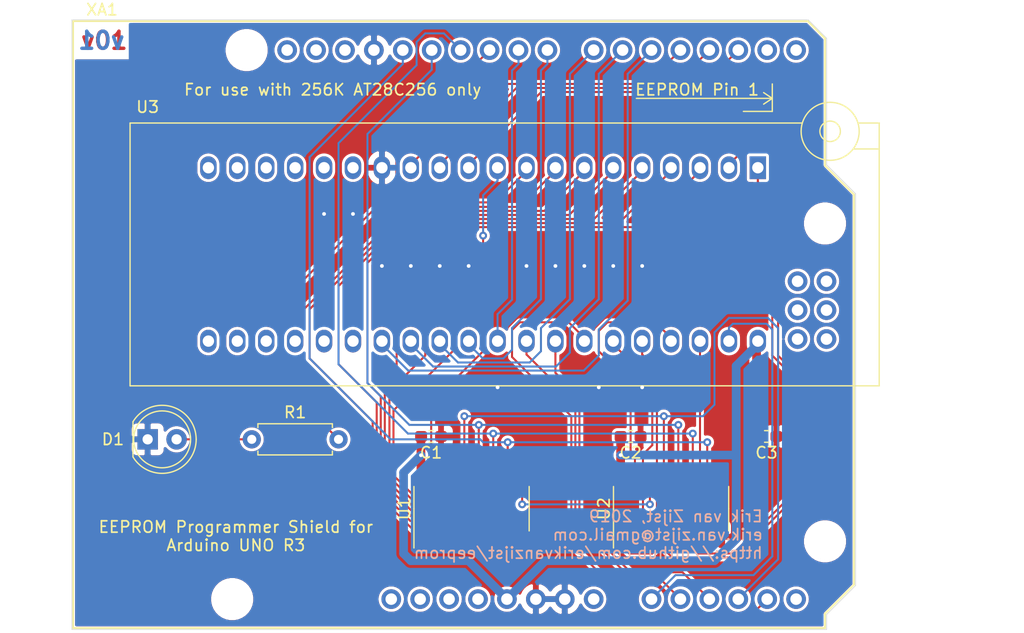
<source format=kicad_pcb>
(kicad_pcb (version 20171130) (host pcbnew "(5.1.2-1)-1")
  (layers (0 F.Cu signal) (31 B.Cu signal) (34 B.Paste user) (35 F.Paste user) (36 B.SilkS user) (37 F.SilkS user) (38 B.Mask user) (39 F.Mask user) (44 Edge.Cuts user))
  (net 0 "")
  (net 1 GND)
  (net 2 VCC)
  (net 3 "Net-(D1-Pad2)")
  (net 4 "Net-(U1-Pad1)")
  (net 5 "Net-(U1-Pad2)")
  (net 6 "Net-(U1-Pad3)")
  (net 7 "Net-(U1-Pad4)")
  (net 8 "Net-(U1-Pad5)")
  (net 9 "Net-(U1-Pad6)")
  (net 10 "Net-(U1-Pad7)")
  (net 11 "Net-(U1-Pad9)")
  (net 12 /~CLR)
  (net 13 /SCLK)
  (net 14 /RCLK)
  (net 15 /~OE)
  (net 16 /SER)
  (net 17 "Net-(U1-Pad15)")
  (net 18 "Net-(U2-Pad15)")
  (net 19 "Net-(U2-Pad9)")
  (net 20 "Net-(U2-Pad7)")
  (net 21 "Net-(U2-Pad6)")
  (net 22 "Net-(U2-Pad5)")
  (net 23 "Net-(U2-Pad4)")
  (net 24 "Net-(U2-Pad3)")
  (net 25 "Net-(U2-Pad2)")
  (net 26 "Net-(U2-Pad1)")
  (net 27 /~WE)
  (net 28 /~CE)
  (net 29 /IO7)
  (net 30 /IO0)
  (net 31 /IO6)
  (net 32 /IO1)
  (net 33 /IO5)
  (net 34 /IO2)
  (net 35 /IO4)
  (net 36 /IO3)
  (net 37 "Net-(U3-Pad15)")
  (net 38 "Net-(U3-Pad26)")
  (net 39 "Net-(U3-Pad16)")
  (net 40 "Net-(U3-Pad25)")
  (net 41 "Net-(U3-Pad17)")
  (net 42 "Net-(U3-Pad24)")
  (net 43 "Net-(U3-Pad18)")
  (net 44 "Net-(U3-Pad23)")
  (net 45 "Net-(U3-Pad19)")
  (net 46 "Net-(U3-Pad22)")
  (net 47 "Net-(U3-Pad20)")
  (net 48 "Net-(U3-Pad21)")
  (net 49 "Net-(XA1-PadRST2)")
  (net 50 "Net-(XA1-PadGND4)")
  (net 51 "Net-(XA1-PadMOSI)")
  (net 52 "Net-(XA1-PadSCK)")
  (net 53 "Net-(XA1-Pad5V2)")
  (net 54 "Net-(XA1-PadVIN)")
  (net 55 "Net-(XA1-Pad3V3)")
  (net 56 "Net-(XA1-PadRST1)")
  (net 57 "Net-(XA1-PadIORF)")
  (net 58 "Net-(XA1-PadD0)")
  (net 59 "Net-(XA1-PadD1)")
  (net 60 "Net-(XA1-PadSCL)")
  (net 61 "Net-(XA1-PadSDA)")
  (net 62 "Net-(XA1-PadAREF)")
  (net 63 "Net-(XA1-PadA5)")
  (net 64 "Net-(XA1-PadMISO)")
  (net 65 /~SOE)
  (net 66 /LED)
  (module Capacitor_SMD:C_0603_1608Metric_Pad1.05x0.95mm_HandSolder (layer F.Cu) (at 161.798 96.774 180)
    (fp_text reference C1 (at 0 -1.43) (layer F.SilkS))
    (fp_text value 100nF)
    (pad 1 smd roundrect (at -0.875 0 180) (size 1.05 0.95) (layers F.Cu F.Paste F.Mask) (net 1 GND))
    (pad 2 smd roundrect (at 0.875 0 180) (size 1.05 0.95) (layers F.Cu F.Paste F.Mask) (net 2 VCC))
  )
  (module Capacitor_SMD:C_0603_1608Metric_Pad1.05x0.95mm_HandSolder (layer F.Cu) (at 179.324 96.774 180)
    (fp_text reference C2 (at 0 -1.43) (layer F.SilkS))
    (fp_text value 100nF)
    (pad 1 smd roundrect (at -0.875 0 180) (size 1.05 0.95) (layers F.Cu F.Paste F.Mask) (net 1 GND))
    (pad 2 smd roundrect (at 0.875 0 180) (size 1.05 0.95) (layers F.Cu F.Paste F.Mask) (net 2 VCC))
  )
  (module Capacitor_SMD:C_0603_1608Metric_Pad1.05x0.95mm_HandSolder (layer F.Cu) (at 191.262 96.774 180)
    (fp_text reference C3 (at 0 -1.43) (layer F.SilkS))
    (fp_text value 100nF)
    (pad 2 smd roundrect (at 0.875 0 180) (size 1.05 0.95) (layers F.Cu F.Paste F.Mask) (net 2 VCC))
    (pad 1 smd roundrect (at -0.875 0 180) (size 1.05 0.95) (layers F.Cu F.Paste F.Mask) (net 1 GND))
  )
  (module LED_THT:LED_D5.0mm (layer F.Cu) (at 136.906 97.028)
    (fp_text reference D1 (at -3.048 0) (layer F.SilkS))
    (fp_text value Green)
    (pad 1 thru_hole rect (at 0 0) (size 1.8 1.8) (drill 0.9) (layers *.Cu *.Mask) (net 1 GND))
    (pad 2 thru_hole circle (at 2.54 0) (size 1.8 1.8) (drill 0.9) (layers *.Cu *.Mask) (net 3 "Net-(D1-Pad2)"))
  )
  (module Resistor_THT:R_Axial_DIN0207_L6.3mm_D2.5mm_P7.62mm_Horizontal (layer F.Cu) (at 146.05 97.028)
    (fp_text reference R1 (at 3.81 -2.37) (layer F.SilkS))
    (fp_text value 470R)
    (pad 1 thru_hole circle (at 0 0) (size 1.6 1.6) (drill 0.8) (layers *.Cu *.Mask) (net 3 "Net-(D1-Pad2)"))
    (pad 2 thru_hole oval (at 7.62 0) (size 1.6 1.6) (drill 0.8) (layers *.Cu *.Mask) (net 66 /LED))
  )
  (module Package_SO:SOIC-16_3.9x9.9mm_P1.27mm (layer F.Cu) (at 165.354 103.124 90)
    (fp_text reference U1 (at 0 -5.9 90) (layer F.SilkS))
    (fp_text value 74HC595)
    (pad 1 smd roundrect (at -2.475 -4.445 90) (size 1.95 0.6) (layers F.Cu F.Paste F.Mask) (net 4 "Net-(U1-Pad1)"))
    (pad 2 smd roundrect (at -2.475 -3.175 90) (size 1.95 0.6) (layers F.Cu F.Paste F.Mask) (net 5 "Net-(U1-Pad2)"))
    (pad 3 smd roundrect (at -2.475 -1.905 90) (size 1.95 0.6) (layers F.Cu F.Paste F.Mask) (net 6 "Net-(U1-Pad3)"))
    (pad 4 smd roundrect (at -2.475 -0.635 90) (size 1.95 0.6) (layers F.Cu F.Paste F.Mask) (net 7 "Net-(U1-Pad4)"))
    (pad 5 smd roundrect (at -2.475 0.635 90) (size 1.95 0.6) (layers F.Cu F.Paste F.Mask) (net 8 "Net-(U1-Pad5)"))
    (pad 6 smd roundrect (at -2.475 1.905 90) (size 1.95 0.6) (layers F.Cu F.Paste F.Mask) (net 9 "Net-(U1-Pad6)"))
    (pad 7 smd roundrect (at -2.475 3.175 90) (size 1.95 0.6) (layers F.Cu F.Paste F.Mask) (net 10 "Net-(U1-Pad7)"))
    (pad 8 smd roundrect (at -2.475 4.445 90) (size 1.95 0.6) (layers F.Cu F.Paste F.Mask) (net 1 GND))
    (pad 9 smd roundrect (at 2.475 4.445 90) (size 1.95 0.6) (layers F.Cu F.Paste F.Mask) (net 11 "Net-(U1-Pad9)"))
    (pad 10 smd roundrect (at 2.475 3.175 90) (size 1.95 0.6) (layers F.Cu F.Paste F.Mask) (net 12 /~CLR))
    (pad 11 smd roundrect (at 2.475 1.905 90) (size 1.95 0.6) (layers F.Cu F.Paste F.Mask) (net 13 /SCLK))
    (pad 12 smd roundrect (at 2.475 0.635 90) (size 1.95 0.6) (layers F.Cu F.Paste F.Mask) (net 14 /RCLK))
    (pad 13 smd roundrect (at 2.475 -0.635 90) (size 1.95 0.6) (layers F.Cu F.Paste F.Mask) (net 65 /~SOE))
    (pad 14 smd roundrect (at 2.475 -1.905 90) (size 1.95 0.6) (layers F.Cu F.Paste F.Mask) (net 16 /SER))
    (pad 15 smd roundrect (at 2.475 -3.175 90) (size 1.95 0.6) (layers F.Cu F.Paste F.Mask) (net 17 "Net-(U1-Pad15)"))
    (pad 16 smd roundrect (at 2.475 -4.445 90) (size 1.95 0.6) (layers F.Cu F.Paste F.Mask) (net 2 VCC))
  )
  (module Package_SO:SOIC-16_3.9x9.9mm_P1.27mm (layer F.Cu) (at 182.88 103.124 90)
    (fp_text reference U2 (at 0 -5.9 90) (layer F.SilkS))
    (fp_text value 74HC595)
    (pad 16 smd roundrect (at 2.475 -4.445 90) (size 1.95 0.6) (layers F.Cu F.Paste F.Mask) (net 2 VCC))
    (pad 15 smd roundrect (at 2.475 -3.175 90) (size 1.95 0.6) (layers F.Cu F.Paste F.Mask) (net 18 "Net-(U2-Pad15)"))
    (pad 14 smd roundrect (at 2.475 -1.905 90) (size 1.95 0.6) (layers F.Cu F.Paste F.Mask) (net 11 "Net-(U1-Pad9)"))
    (pad 13 smd roundrect (at 2.475 -0.635 90) (size 1.95 0.6) (layers F.Cu F.Paste F.Mask) (net 65 /~SOE))
    (pad 12 smd roundrect (at 2.475 0.635 90) (size 1.95 0.6) (layers F.Cu F.Paste F.Mask) (net 14 /RCLK))
    (pad 11 smd roundrect (at 2.475 1.905 90) (size 1.95 0.6) (layers F.Cu F.Paste F.Mask) (net 13 /SCLK))
    (pad 10 smd roundrect (at 2.475 3.175 90) (size 1.95 0.6) (layers F.Cu F.Paste F.Mask) (net 12 /~CLR))
    (pad 9 smd roundrect (at 2.475 4.445 90) (size 1.95 0.6) (layers F.Cu F.Paste F.Mask) (net 19 "Net-(U2-Pad9)"))
    (pad 8 smd roundrect (at -2.475 4.445 90) (size 1.95 0.6) (layers F.Cu F.Paste F.Mask) (net 1 GND))
    (pad 7 smd roundrect (at -2.475 3.175 90) (size 1.95 0.6) (layers F.Cu F.Paste F.Mask) (net 20 "Net-(U2-Pad7)"))
    (pad 6 smd roundrect (at -2.475 1.905 90) (size 1.95 0.6) (layers F.Cu F.Paste F.Mask) (net 21 "Net-(U2-Pad6)"))
    (pad 5 smd roundrect (at -2.475 0.635 90) (size 1.95 0.6) (layers F.Cu F.Paste F.Mask) (net 22 "Net-(U2-Pad5)"))
    (pad 4 smd roundrect (at -2.475 -0.635 90) (size 1.95 0.6) (layers F.Cu F.Paste F.Mask) (net 23 "Net-(U2-Pad4)"))
    (pad 3 smd roundrect (at -2.475 -1.905 90) (size 1.95 0.6) (layers F.Cu F.Paste F.Mask) (net 24 "Net-(U2-Pad3)"))
    (pad 2 smd roundrect (at -2.475 -3.175 90) (size 1.95 0.6) (layers F.Cu F.Paste F.Mask) (net 25 "Net-(U2-Pad2)"))
    (pad 1 smd roundrect (at -2.475 -4.445 90) (size 1.95 0.6) (layers F.Cu F.Paste F.Mask) (net 26 "Net-(U2-Pad1)"))
  )
  (module Socket:DIP_Socket-40_W11.9_W12.7_W15.24_W17.78_W18.5_3M_240-1280-00-0602J (layer F.Cu) (at 190.5 73.152 270)
    (fp_text reference U3 (at -5.334 53.594 180) (layer F.SilkS))
    (fp_text value AT28C256_40PIN_ZIF)
    (pad 1 thru_hole rect (at 0 0 270) (size 2 1.44) (drill 1) (layers *.Cu *.Mask) (net 21 "Net-(U2-Pad6)"))
    (pad 40 thru_hole oval (at 15.24 0 270) (size 2 1.44) (drill 1) (layers *.Cu *.Mask) (net 2 VCC))
    (pad 2 thru_hole oval (at 0 2.54 270) (size 2 1.44) (drill 1) (layers *.Cu *.Mask) (net 23 "Net-(U2-Pad4)"))
    (pad 39 thru_hole oval (at 15.24 2.54 270) (size 2 1.44) (drill 1) (layers *.Cu *.Mask) (net 27 /~WE))
    (pad 3 thru_hole oval (at 0 5.08 270) (size 2 1.44) (drill 1) (layers *.Cu *.Mask) (net 10 "Net-(U1-Pad7)"))
    (pad 38 thru_hole oval (at 15.24 5.08 270) (size 2 1.44) (drill 1) (layers *.Cu *.Mask) (net 22 "Net-(U2-Pad5)"))
    (pad 4 thru_hole oval (at 0 7.62 270) (size 2 1.44) (drill 1) (layers *.Cu *.Mask) (net 9 "Net-(U1-Pad6)"))
    (pad 37 thru_hole oval (at 15.24 7.62 270) (size 2 1.44) (drill 1) (layers *.Cu *.Mask) (net 18 "Net-(U2-Pad15)"))
    (pad 5 thru_hole oval (at 0 10.16 270) (size 2 1.44) (drill 1) (layers *.Cu *.Mask) (net 8 "Net-(U1-Pad5)"))
    (pad 36 thru_hole oval (at 15.24 10.16 270) (size 2 1.44) (drill 1) (layers *.Cu *.Mask) (net 26 "Net-(U2-Pad1)"))
    (pad 6 thru_hole oval (at 0 12.7 270) (size 2 1.44) (drill 1) (layers *.Cu *.Mask) (net 7 "Net-(U1-Pad4)"))
    (pad 35 thru_hole oval (at 15.24 12.7 270) (size 2 1.44) (drill 1) (layers *.Cu *.Mask) (net 24 "Net-(U2-Pad3)"))
    (pad 7 thru_hole oval (at 0 15.24 270) (size 2 1.44) (drill 1) (layers *.Cu *.Mask) (net 6 "Net-(U1-Pad3)"))
    (pad 34 thru_hole oval (at 15.24 15.24 270) (size 2 1.44) (drill 1) (layers *.Cu *.Mask) (net 15 /~OE))
    (pad 8 thru_hole oval (at 0 17.78 270) (size 2 1.44) (drill 1) (layers *.Cu *.Mask) (net 5 "Net-(U1-Pad2)"))
    (pad 33 thru_hole oval (at 15.24 17.78 270) (size 2 1.44) (drill 1) (layers *.Cu *.Mask) (net 25 "Net-(U2-Pad2)"))
    (pad 9 thru_hole oval (at 0 20.32 270) (size 2 1.44) (drill 1) (layers *.Cu *.Mask) (net 4 "Net-(U1-Pad1)"))
    (pad 32 thru_hole oval (at 15.24 20.32 270) (size 2 1.44) (drill 1) (layers *.Cu *.Mask) (net 28 /~CE))
    (pad 10 thru_hole oval (at 0 22.86 270) (size 2 1.44) (drill 1) (layers *.Cu *.Mask) (net 17 "Net-(U1-Pad15)"))
    (pad 31 thru_hole oval (at 15.24 22.86 270) (size 2 1.44) (drill 1) (layers *.Cu *.Mask) (net 29 /IO7))
    (pad 11 thru_hole oval (at 0 25.4 270) (size 2 1.44) (drill 1) (layers *.Cu *.Mask) (net 30 /IO0))
    (pad 30 thru_hole oval (at 15.24 25.4 270) (size 2 1.44) (drill 1) (layers *.Cu *.Mask) (net 31 /IO6))
    (pad 12 thru_hole oval (at 0 27.94 270) (size 2 1.44) (drill 1) (layers *.Cu *.Mask) (net 32 /IO1))
    (pad 29 thru_hole oval (at 15.24 27.94 270) (size 2 1.44) (drill 1) (layers *.Cu *.Mask) (net 33 /IO5))
    (pad 13 thru_hole oval (at 0 30.48 270) (size 2 1.44) (drill 1) (layers *.Cu *.Mask) (net 34 /IO2))
    (pad 28 thru_hole oval (at 15.24 30.48 270) (size 2 1.44) (drill 1) (layers *.Cu *.Mask) (net 35 /IO4))
    (pad 14 thru_hole oval (at 0 33.02 270) (size 2 1.44) (drill 1) (layers *.Cu *.Mask) (net 1 GND))
    (pad 27 thru_hole oval (at 15.24 33.02 270) (size 2 1.44) (drill 1) (layers *.Cu *.Mask) (net 36 /IO3))
    (pad 15 thru_hole oval (at 0 35.56 270) (size 2 1.44) (drill 1) (layers *.Cu *.Mask) (net 37 "Net-(U3-Pad15)"))
    (pad 26 thru_hole oval (at 15.24 35.56 270) (size 2 1.44) (drill 1) (layers *.Cu *.Mask) (net 38 "Net-(U3-Pad26)"))
    (pad 16 thru_hole oval (at 0 38.1 270) (size 2 1.44) (drill 1) (layers *.Cu *.Mask) (net 39 "Net-(U3-Pad16)"))
    (pad 25 thru_hole oval (at 15.24 38.1 270) (size 2 1.44) (drill 1) (layers *.Cu *.Mask) (net 40 "Net-(U3-Pad25)"))
    (pad 17 thru_hole oval (at 0 40.64 270) (size 2 1.44) (drill 1) (layers *.Cu *.Mask) (net 41 "Net-(U3-Pad17)"))
    (pad 24 thru_hole oval (at 15.24 40.64 270) (size 2 1.44) (drill 1) (layers *.Cu *.Mask) (net 42 "Net-(U3-Pad24)"))
    (pad 18 thru_hole oval (at 0 43.18 270) (size 2 1.44) (drill 1) (layers *.Cu *.Mask) (net 43 "Net-(U3-Pad18)"))
    (pad 23 thru_hole oval (at 15.24 43.18 270) (size 2 1.44) (drill 1) (layers *.Cu *.Mask) (net 44 "Net-(U3-Pad23)"))
    (pad 19 thru_hole oval (at 0 45.72 270) (size 2 1.44) (drill 1) (layers *.Cu *.Mask) (net 45 "Net-(U3-Pad19)"))
    (pad 22 thru_hole oval (at 15.24 45.72 270) (size 2 1.44) (drill 1) (layers *.Cu *.Mask) (net 46 "Net-(U3-Pad22)"))
    (pad 20 thru_hole oval (at 0 48.26 270) (size 2 1.44) (drill 1) (layers *.Cu *.Mask) (net 47 "Net-(U3-Pad20)"))
    (pad 21 thru_hole oval (at 15.24 48.26 270) (size 2 1.44) (drill 1) (layers *.Cu *.Mask) (net 48 "Net-(U3-Pad21)"))
  )
  (module Arduino:Arduino_Uno_Shield (layer F.Cu) (at 130.361001 113.613001)
    (fp_text reference XA1 (at 2.54 -54.356) (layer F.SilkS))
    (fp_text value Arduino_Uno_Shield)
    (pad RST2 thru_hole oval (at 63.627 -25.4) (size 1.7272 1.7272) (drill 1.016) (layers *.Cu *.Mask) (net 49 "Net-(XA1-PadRST2)"))
    (pad GND4 thru_hole oval (at 66.167 -25.4) (size 1.7272 1.7272) (drill 1.016) (layers *.Cu *.Mask) (net 50 "Net-(XA1-PadGND4)"))
    (pad MOSI thru_hole oval (at 66.167 -27.94) (size 1.7272 1.7272) (drill 1.016) (layers *.Cu *.Mask) (net 51 "Net-(XA1-PadMOSI)"))
    (pad SCK thru_hole oval (at 63.627 -27.94) (size 1.7272 1.7272) (drill 1.016) (layers *.Cu *.Mask) (net 52 "Net-(XA1-PadSCK)"))
    (pad 5V2 thru_hole oval (at 66.167 -30.48) (size 1.7272 1.7272) (drill 1.016) (layers *.Cu *.Mask) (net 53 "Net-(XA1-Pad5V2)"))
    (pad A0 thru_hole oval (at 50.8 -2.54) (size 1.7272 1.7272) (drill 1.016) (layers *.Cu *.Mask) (net 27 /~WE))
    (pad VIN thru_hole oval (at 45.72 -2.54) (size 1.7272 1.7272) (drill 1.016) (layers *.Cu *.Mask) (net 54 "Net-(XA1-PadVIN)"))
    (pad GND3 thru_hole oval (at 43.18 -2.54) (size 1.7272 1.7272) (drill 1.016) (layers *.Cu *.Mask) (net 1 GND))
    (pad GND2 thru_hole oval (at 40.64 -2.54) (size 1.7272 1.7272) (drill 1.016) (layers *.Cu *.Mask) (net 1 GND))
    (pad 5V1 thru_hole oval (at 38.1 -2.54) (size 1.7272 1.7272) (drill 1.016) (layers *.Cu *.Mask) (net 2 VCC))
    (pad 3V3 thru_hole oval (at 35.56 -2.54) (size 1.7272 1.7272) (drill 1.016) (layers *.Cu *.Mask) (net 55 "Net-(XA1-Pad3V3)"))
    (pad RST1 thru_hole oval (at 33.02 -2.54) (size 1.7272 1.7272) (drill 1.016) (layers *.Cu *.Mask) (net 56 "Net-(XA1-PadRST1)"))
    (pad IORF thru_hole oval (at 30.48 -2.54) (size 1.7272 1.7272) (drill 1.016) (layers *.Cu *.Mask) (net 57 "Net-(XA1-PadIORF)"))
    (pad D0 thru_hole oval (at 63.5 -50.8) (size 1.7272 1.7272) (drill 1.016) (layers *.Cu *.Mask) (net 58 "Net-(XA1-PadD0)"))
    (pad D1 thru_hole oval (at 60.96 -50.8) (size 1.7272 1.7272) (drill 1.016) (layers *.Cu *.Mask) (net 59 "Net-(XA1-PadD1)"))
    (pad D2 thru_hole oval (at 58.42 -50.8) (size 1.7272 1.7272) (drill 1.016) (layers *.Cu *.Mask) (net 30 /IO0))
    (pad D3 thru_hole oval (at 55.88 -50.8) (size 1.7272 1.7272) (drill 1.016) (layers *.Cu *.Mask) (net 32 /IO1))
    (pad D4 thru_hole oval (at 53.34 -50.8) (size 1.7272 1.7272) (drill 1.016) (layers *.Cu *.Mask) (net 34 /IO2))
    (pad D5 thru_hole oval (at 50.8 -50.8) (size 1.7272 1.7272) (drill 1.016) (layers *.Cu *.Mask) (net 36 /IO3))
    (pad D6 thru_hole oval (at 48.26 -50.8) (size 1.7272 1.7272) (drill 1.016) (layers *.Cu *.Mask) (net 35 /IO4))
    (pad D7 thru_hole oval (at 45.72 -50.8) (size 1.7272 1.7272) (drill 1.016) (layers *.Cu *.Mask) (net 33 /IO5))
    (pad GND1 thru_hole oval (at 26.416 -50.8) (size 1.7272 1.7272) (drill 1.016) (layers *.Cu *.Mask) (net 1 GND))
    (pad D8 thru_hole oval (at 41.656 -50.8) (size 1.7272 1.7272) (drill 1.016) (layers *.Cu *.Mask) (net 31 /IO6))
    (pad D9 thru_hole oval (at 39.116 -50.8) (size 1.7272 1.7272) (drill 1.016) (layers *.Cu *.Mask) (net 29 /IO7))
    (pad D10 thru_hole oval (at 36.576 -50.8) (size 1.7272 1.7272) (drill 1.016) (layers *.Cu *.Mask) (net 66 /LED))
    (pad "" np_thru_hole circle (at 66.04 -7.62) (size 3.2 3.2) (drill 3.2) (layers *.Cu *.Mask))
    (pad "" np_thru_hole circle (at 66.04 -35.56) (size 3.2 3.2) (drill 3.2) (layers *.Cu *.Mask))
    (pad "" np_thru_hole circle (at 15.24 -50.8) (size 3.2 3.2) (drill 3.2) (layers *.Cu *.Mask))
    (pad "" np_thru_hole circle (at 13.97 -2.54) (size 3.2 3.2) (drill 3.2) (layers *.Cu *.Mask))
    (pad SCL thru_hole oval (at 18.796 -50.8) (size 1.7272 1.7272) (drill 1.016) (layers *.Cu *.Mask) (net 60 "Net-(XA1-PadSCL)"))
    (pad SDA thru_hole oval (at 21.336 -50.8) (size 1.7272 1.7272) (drill 1.016) (layers *.Cu *.Mask) (net 61 "Net-(XA1-PadSDA)"))
    (pad AREF thru_hole oval (at 23.876 -50.8) (size 1.7272 1.7272) (drill 1.016) (layers *.Cu *.Mask) (net 62 "Net-(XA1-PadAREF)"))
    (pad D13 thru_hole oval (at 28.956 -50.8) (size 1.7272 1.7272) (drill 1.016) (layers *.Cu *.Mask) (net 12 /~CLR))
    (pad D12 thru_hole oval (at 31.496 -50.8) (size 1.7272 1.7272) (drill 1.016) (layers *.Cu *.Mask) (net 14 /RCLK))
    (pad D11 thru_hole oval (at 34.036 -50.8) (size 1.7272 1.7272) (drill 1.016) (layers *.Cu *.Mask) (net 13 /SCLK))
    (pad "" thru_hole oval (at 27.94 -2.54) (size 1.7272 1.7272) (drill 1.016) (layers *.Cu *.Mask))
    (pad A1 thru_hole oval (at 53.34 -2.54) (size 1.7272 1.7272) (drill 1.016) (layers *.Cu *.Mask) (net 15 /~OE))
    (pad A2 thru_hole oval (at 55.88 -2.54) (size 1.7272 1.7272) (drill 1.016) (layers *.Cu *.Mask) (net 28 /~CE))
    (pad A3 thru_hole oval (at 58.42 -2.54) (size 1.7272 1.7272) (drill 1.016) (layers *.Cu *.Mask) (net 65 /~SOE))
    (pad A4 thru_hole oval (at 60.96 -2.54) (size 1.7272 1.7272) (drill 1.016) (layers *.Cu *.Mask) (net 16 /SER))
    (pad A5 thru_hole oval (at 63.5 -2.54) (size 1.7272 1.7272) (drill 1.016) (layers *.Cu *.Mask) (net 63 "Net-(XA1-PadA5)"))
    (pad MISO thru_hole oval (at 63.627 -30.48) (size 1.7272 1.7272) (drill 1.016) (layers *.Cu *.Mask) (net 64 "Net-(XA1-PadMISO)"))
  )
  (gr_text "For use with 256K AT28C256 only" (at 153.162 66.294) (layer F.SilkS) (effects (font (size 1 1))))
  (gr_text "Erik van Zijst, 2019\nerik.van.zijst@gmail.com\nhttps://github.com/erikvanzijst/eeprom" (at 191.008 105.41) (layer B.SilkS) (effects (font (size 1 1)) (justify left mirror)))
  (gr_text "EEPROM Pin 1" (at 185.166 66.294) (layer F.SilkS) (effects (font (size 1 1))))
  (gr_line (start 191.77 67.056) (end 191.008 67.564) (layer F.SilkS) (width 0.12))
  (gr_line (start 191.77 67.056) (end 191.008 66.548) (layer F.SilkS) (width 0.12))
  (gr_line (start 191.77 67.056) (end 179.832 67.056) (layer F.SilkS) (width 0.12))
  (gr_line (start 191.77 65.786) (end 191.77 68.202) (layer F.SilkS) (width 0.12))
  (gr_text v01 (at 132.842 61.976) (layer B.Cu) (effects (font (size 1.5 1.5) (thickness 0.3)) (justify mirror)))
  (gr_text v01 (at 133.096 61.976) (layer F.Cu) (effects (font (size 1.5 1.5) (thickness 0.3))))
  (gr_text "EEPROM Programmer Shield for\nArduino UNO R3" (at 144.653 105.537) (layer F.SilkS) (effects (font (size 1 1))))
  (gr_line (start 130.2512 113.7412) (end 130.2512 60.1472) (layer Edge.Cuts) (width 0.05))
  (gr_line (start 196.5452 113.7412) (end 130.2512 113.7412) (layer Edge.Cuts) (width 0.05))
  (gr_line (start 196.5452 112.4204) (end 196.5452 113.7412) (layer Edge.Cuts) (width 0.05))
  (gr_line (start 199.0852 109.8804) (end 196.5452 112.4204) (layer Edge.Cuts) (width 0.05))
  (gr_line (start 199.0852 75.438) (end 199.0852 109.8804) (layer Edge.Cuts) (width 0.05))
  (gr_line (start 196.5452 72.898) (end 199.0852 75.438) (layer Edge.Cuts) (width 0.05))
  (gr_line (start 196.5452 61.7728) (end 196.5452 72.898) (layer Edge.Cuts) (width 0.05))
  (gr_line (start 194.9196 60.1472) (end 196.5452 61.7728) (layer Edge.Cuts) (width 0.05))
  (gr_line (start 130.2512 60.1472) (end 194.9196 60.1472) (layer Edge.Cuts) (width 0.05))
  (via (at 154.94 77.216) (size 0.6858) (drill 0.3302) (layers F.Cu B.Cu) (net 1))
  (via (at 152.4 77.216) (size 0.6858) (drill 0.3302) (layers F.Cu B.Cu) (net 1))
  (via (at 167.64 92.456) (size 0.6858) (drill 0.3302) (layers F.Cu B.Cu) (net 1))
  (via (at 170.18 81.788) (size 0.6858) (drill 0.3302) (layers F.Cu B.Cu) (net 1))
  (via (at 172.72 81.788) (size 0.6858) (drill 0.3302) (layers F.Cu B.Cu) (net 1))
  (via (at 175.26 81.788) (size 0.6858) (drill 0.3302) (layers F.Cu B.Cu) (net 1))
  (via (at 177.8 81.788) (size 0.6858) (drill 0.3302) (layers F.Cu B.Cu) (net 1))
  (via (at 180.34 81.788) (size 0.6858) (drill 0.3302) (layers F.Cu B.Cu) (net 1))
  (via (at 176.53 92.456) (size 0.6858) (drill 0.3302) (layers F.Cu B.Cu) (net 1))
  (via (at 180.34 92.456) (size 0.6858) (drill 0.3302) (layers F.Cu B.Cu) (net 1))
  (via (at 165.1 81.788) (size 0.6858) (drill 0.3302) (layers F.Cu B.Cu) (net 1))
  (via (at 162.56 81.788) (size 0.6858) (drill 0.3302) (layers F.Cu B.Cu) (net 1))
  (via (at 160.02 81.788) (size 0.6858) (drill 0.3302) (layers F.Cu B.Cu) (net 1))
  (via (at 157.48 81.788) (size 0.6858) (drill 0.3302) (layers F.Cu B.Cu) (net 1))
  (segment (start 190.5 89.034002) (end 190.5 88.392) (width 0.762) (layer B.Cu) (net 2))
  (segment (start 190.387 88.505) (end 190.5 88.392) (width 0.762) (layer F.Cu) (net 2))
  (segment (start 190.387 96.774) (end 190.387 88.505) (width 0.762) (layer F.Cu) (net 2))
  (segment (start 160.909 96.788) (end 160.923 96.774) (width 0.762) (layer F.Cu) (net 2))
  (segment (start 160.909 100.649) (end 160.909 98.425) (width 0.762) (layer F.Cu) (net 2))
  (segment (start 178.435 101.099002) (end 178.435 100.649) (width 0.762) (layer F.Cu) (net 2))
  (segment (start 178.449 100.635) (end 178.435 100.649) (width 0.762) (layer F.Cu) (net 2))
  (segment (start 178.449 96.774) (end 178.449 98.411) (width 0.762) (layer F.Cu) (net 2))
  (segment (start 160.909 98.425) (end 160.909 96.788) (width 0.762) (layer F.Cu) (net 2))
  (via (at 160.909 98.425) (size 0.6858) (drill 0.3302) (layers F.Cu B.Cu) (net 2))
  (segment (start 159.385 99.949) (end 160.909 98.425) (width 0.762) (layer B.Cu) (net 2))
  (segment (start 160.02 107.696) (end 159.385 107.061) (width 0.762) (layer B.Cu) (net 2))
  (segment (start 159.385 107.061) (end 159.385 99.949) (width 0.762) (layer B.Cu) (net 2))
  (segment (start 165.084 107.696) (end 160.02 107.696) (width 0.762) (layer B.Cu) (net 2))
  (segment (start 168.461001 111.073001) (end 165.084 107.696) (width 0.762) (layer B.Cu) (net 2))
  (segment (start 178.449 98.411) (end 178.449 100.635) (width 0.762) (layer F.Cu) (net 2))
  (via (at 178.449 98.411) (size 0.6858) (drill 0.3302) (layers F.Cu B.Cu) (net 2))
  (segment (start 178.933933 98.411) (end 178.449 98.411) (width 0.762) (layer B.Cu) (net 2))
  (segment (start 188.595 90.577) (end 188.595 98.411) (width 0.762) (layer B.Cu) (net 2))
  (segment (start 190.5 88.672) (end 188.595 90.577) (width 0.762) (layer B.Cu) (net 2))
  (segment (start 188.595 98.411) (end 178.933933 98.411) (width 0.762) (layer B.Cu) (net 2))
  (segment (start 190.5 88.392) (end 190.5 88.672) (width 0.762) (layer B.Cu) (net 2))
  (segment (start 188.595 105.791) (end 188.595 98.171) (width 0.762) (layer B.Cu) (net 2))
  (segment (start 186.69 107.696) (end 188.595 105.791) (width 0.762) (layer B.Cu) (net 2))
  (segment (start 171.838002 107.696) (end 186.69 107.696) (width 0.762) (layer B.Cu) (net 2))
  (segment (start 168.461001 111.073001) (end 171.838002 107.696) (width 0.762) (layer B.Cu) (net 2))
  (segment (start 140.718792 97.028) (end 146.05 97.028) (width 0.1778) (layer F.Cu) (net 3))
  (segment (start 139.446 97.028) (end 140.718792 97.028) (width 0.1778) (layer F.Cu) (net 3))
  (segment (start 170.18 73.432) (end 170.18 73.152) (width 0.1778) (layer F.Cu) (net 4))
  (segment (start 167.412 76.2) (end 170.18 73.432) (width 0.1778) (layer F.Cu) (net 4))
  (segment (start 160.02 76.2) (end 167.412 76.2) (width 0.1778) (layer F.Cu) (net 4))
  (segment (start 148.59 87.63) (end 160.02 76.2) (width 0.1778) (layer F.Cu) (net 4))
  (segment (start 148.59 89.535) (end 148.59 87.63) (width 0.1778) (layer F.Cu) (net 4))
  (segment (start 149.225 90.17) (end 148.59 89.535) (width 0.1778) (layer F.Cu) (net 4))
  (segment (start 150.368 90.17) (end 149.225 90.17) (width 0.1778) (layer F.Cu) (net 4))
  (segment (start 156.311556 96.113556) (end 150.368 90.17) (width 0.1778) (layer F.Cu) (net 4))
  (segment (start 156.311556 101.066556) (end 156.311556 96.113556) (width 0.1778) (layer F.Cu) (net 4))
  (segment (start 160.844 105.599) (end 156.311556 101.066556) (width 0.1778) (layer F.Cu) (net 4))
  (segment (start 160.909 105.599) (end 160.844 105.599) (width 0.1778) (layer F.Cu) (net 4))
  (segment (start 156.667167 100.893803) (end 156.667167 95.453167) (width 0.1778) (layer F.Cu) (net 5))
  (segment (start 161.845833 104.190833) (end 159.964197 104.190833) (width 0.1778) (layer F.Cu) (net 5))
  (segment (start 151.13 85.592908) (end 160.12891 76.593998) (width 0.1778) (layer F.Cu) (net 5))
  (segment (start 169.558002 76.593998) (end 172.72 73.432) (width 0.1778) (layer F.Cu) (net 5))
  (segment (start 162.179 105.599) (end 162.179 104.524) (width 0.1778) (layer F.Cu) (net 5))
  (segment (start 162.179 104.524) (end 161.845833 104.190833) (width 0.1778) (layer F.Cu) (net 5))
  (segment (start 156.667167 95.453167) (end 151.13 89.916) (width 0.1778) (layer F.Cu) (net 5))
  (segment (start 160.12891 76.593998) (end 169.558002 76.593998) (width 0.1778) (layer F.Cu) (net 5))
  (segment (start 159.964197 104.190833) (end 156.667167 100.893803) (width 0.1778) (layer F.Cu) (net 5))
  (segment (start 172.72 73.432) (end 172.72 73.152) (width 0.1778) (layer F.Cu) (net 5))
  (segment (start 151.13 89.916) (end 151.13 85.592908) (width 0.1778) (layer F.Cu) (net 5))
  (segment (start 153.67 83.555816) (end 160.276207 76.949609) (width 0.1778) (layer F.Cu) (net 6))
  (segment (start 163.449 104.524) (end 162.734833 103.809833) (width 0.1778) (layer F.Cu) (net 6))
  (segment (start 157.022778 100.746505) (end 157.022778 93.776778) (width 0.1778) (layer F.Cu) (net 6))
  (segment (start 160.276207 76.949609) (end 171.742391 76.949609) (width 0.1778) (layer F.Cu) (net 6))
  (segment (start 160.086106 103.809833) (end 157.022778 100.746505) (width 0.1778) (layer F.Cu) (net 6))
  (segment (start 163.449 105.599) (end 163.449 104.524) (width 0.1778) (layer F.Cu) (net 6))
  (segment (start 162.734833 103.809833) (end 160.086106 103.809833) (width 0.1778) (layer F.Cu) (net 6))
  (segment (start 157.022778 93.776778) (end 153.67 90.424) (width 0.1778) (layer F.Cu) (net 6))
  (segment (start 175.26 73.432) (end 175.26 73.152) (width 0.1778) (layer F.Cu) (net 6))
  (segment (start 153.67 90.424) (end 153.67 83.555816) (width 0.1778) (layer F.Cu) (net 6))
  (segment (start 171.742391 76.949609) (end 175.26 73.432) (width 0.1778) (layer F.Cu) (net 6))
  (segment (start 157.378389 93.243389) (end 156.21 92.075) (width 0.1778) (layer F.Cu) (net 7))
  (segment (start 160.423506 77.305218) (end 173.926782 77.305218) (width 0.1778) (layer F.Cu) (net 7))
  (segment (start 164.719 105.599) (end 164.719 104.524) (width 0.1778) (layer F.Cu) (net 7))
  (segment (start 157.378389 100.599207) (end 157.378389 93.243389) (width 0.1778) (layer F.Cu) (net 7))
  (segment (start 164.719 104.524) (end 163.649222 103.454222) (width 0.1778) (layer F.Cu) (net 7))
  (segment (start 163.649222 103.454222) (end 160.233404 103.454222) (width 0.1778) (layer F.Cu) (net 7))
  (segment (start 173.926782 77.305218) (end 177.8 73.432) (width 0.1778) (layer F.Cu) (net 7))
  (segment (start 160.233404 103.454222) (end 157.378389 100.599207) (width 0.1778) (layer F.Cu) (net 7))
  (segment (start 177.8 73.432) (end 177.8 73.152) (width 0.1778) (layer F.Cu) (net 7))
  (segment (start 156.21 92.075) (end 156.21 81.518724) (width 0.1778) (layer F.Cu) (net 7))
  (segment (start 156.21 81.518724) (end 160.423506 77.305218) (width 0.1778) (layer F.Cu) (net 7))
  (segment (start 176.111171 77.660829) (end 180.34 73.432) (width 0.1778) (layer F.Cu) (net 8))
  (segment (start 161.099171 77.660829) (end 176.111171 77.660829) (width 0.1778) (layer F.Cu) (net 8))
  (segment (start 158.775444 79.984556) (end 161.099171 77.660829) (width 0.1778) (layer F.Cu) (net 8))
  (segment (start 157.734 91.694) (end 158.775444 90.652556) (width 0.1778) (layer F.Cu) (net 8))
  (segment (start 164.563611 103.098611) (end 160.380702 103.098611) (width 0.1778) (layer F.Cu) (net 8))
  (segment (start 165.989 104.524) (end 164.563611 103.098611) (width 0.1778) (layer F.Cu) (net 8))
  (segment (start 158.775444 90.652556) (end 158.775444 79.984556) (width 0.1778) (layer F.Cu) (net 8))
  (segment (start 180.34 73.432) (end 180.34 73.152) (width 0.1778) (layer F.Cu) (net 8))
  (segment (start 165.989 105.599) (end 165.989 104.524) (width 0.1778) (layer F.Cu) (net 8))
  (segment (start 157.734 100.451909) (end 157.734 91.694) (width 0.1778) (layer F.Cu) (net 8))
  (segment (start 160.380702 103.098611) (end 157.734 100.451909) (width 0.1778) (layer F.Cu) (net 8))
  (segment (start 165.478 102.743) (end 160.543931 102.743) (width 0.1778) (layer F.Cu) (net 9))
  (segment (start 182.88 73.432) (end 182.88 73.152) (width 0.1778) (layer F.Cu) (net 9))
  (segment (start 161.29 79.375) (end 162.64856 78.01644) (width 0.1778) (layer F.Cu) (net 9))
  (segment (start 167.259 105.599) (end 167.259 104.524) (width 0.1778) (layer F.Cu) (net 9))
  (segment (start 158.140389 100.339458) (end 158.140389 92.811611) (width 0.1778) (layer F.Cu) (net 9))
  (segment (start 160.543931 102.743) (end 158.140389 100.339458) (width 0.1778) (layer F.Cu) (net 9))
  (segment (start 162.64856 78.01644) (end 178.295561 78.016439) (width 0.1778) (layer F.Cu) (net 9))
  (segment (start 167.259 104.524) (end 165.478 102.743) (width 0.1778) (layer F.Cu) (net 9))
  (segment (start 158.140389 92.811611) (end 161.29 89.662) (width 0.1778) (layer F.Cu) (net 9))
  (segment (start 161.29 89.662) (end 161.29 79.375) (width 0.1778) (layer F.Cu) (net 9))
  (segment (start 178.295561 78.016439) (end 182.88 73.432) (width 0.1778) (layer F.Cu) (net 9))
  (segment (start 158.496 100.19216) (end 158.496 94.488) (width 0.1778) (layer F.Cu) (net 10))
  (segment (start 163.83 79.502) (end 164.95995 78.37205) (width 0.1778) (layer F.Cu) (net 10))
  (segment (start 168.529 105.599) (end 168.529 104.524) (width 0.1778) (layer F.Cu) (net 10))
  (segment (start 164.95995 78.37205) (end 180.47995 78.37205) (width 0.1778) (layer F.Cu) (net 10))
  (segment (start 166.367 102.362) (end 160.66584 102.362) (width 0.1778) (layer F.Cu) (net 10))
  (segment (start 185.42 73.432) (end 185.42 73.152) (width 0.1778) (layer F.Cu) (net 10))
  (segment (start 160.66584 102.362) (end 158.496 100.19216) (width 0.1778) (layer F.Cu) (net 10))
  (segment (start 163.83 89.154) (end 163.83 79.502) (width 0.1778) (layer F.Cu) (net 10))
  (segment (start 168.529 104.524) (end 166.367 102.362) (width 0.1778) (layer F.Cu) (net 10))
  (segment (start 158.496 94.488) (end 163.83 89.154) (width 0.1778) (layer F.Cu) (net 10))
  (segment (start 180.47995 78.37205) (end 185.42 73.432) (width 0.1778) (layer F.Cu) (net 10))
  (via (at 169.799 102.743) (size 0.6858) (drill 0.3302) (layers F.Cu B.Cu) (net 11))
  (segment (start 169.799 100.649) (end 169.799 102.743) (width 0.1778) (layer F.Cu) (net 11))
  (via (at 181.01789 102.743) (size 0.6858) (drill 0.3302) (layers F.Cu B.Cu) (net 11))
  (segment (start 169.799 102.743) (end 181.01789 102.743) (width 0.1778) (layer B.Cu) (net 11))
  (segment (start 181.01789 100.69189) (end 180.975 100.649) (width 0.1778) (layer F.Cu) (net 11))
  (segment (start 181.01789 102.743) (end 181.01789 100.69189) (width 0.1778) (layer F.Cu) (net 11))
  (via (at 186.055 97.282) (size 0.6858) (drill 0.3302) (layers F.Cu B.Cu) (net 12))
  (segment (start 186.055 100.649) (end 186.055 97.282) (width 0.1778) (layer F.Cu) (net 12))
  (via (at 168.529 97.282) (size 0.6858) (drill 0.3302) (layers F.Cu B.Cu) (net 12))
  (segment (start 186.055 97.282) (end 168.529 97.282) (width 0.1778) (layer B.Cu) (net 12))
  (segment (start 168.529 97.766933) (end 168.529 100.649) (width 0.1778) (layer F.Cu) (net 12))
  (segment (start 168.529 97.282) (end 168.529 97.766933) (width 0.1778) (layer F.Cu) (net 12))
  (segment (start 159.317001 64.034315) (end 159.317001 62.813001) (width 0.1778) (layer B.Cu) (net 12))
  (segment (start 151.13 72.221316) (end 159.317001 64.034315) (width 0.1778) (layer B.Cu) (net 12))
  (segment (start 151.13 89.916) (end 151.13 72.221316) (width 0.1778) (layer B.Cu) (net 12))
  (segment (start 158.242 97.028) (end 151.13 89.916) (width 0.1778) (layer B.Cu) (net 12))
  (segment (start 166.116 97.028) (end 158.242 97.028) (width 0.1778) (layer B.Cu) (net 12))
  (segment (start 166.37 97.282) (end 166.116 97.028) (width 0.1778) (layer B.Cu) (net 12))
  (segment (start 168.529 97.282) (end 166.37 97.282) (width 0.1778) (layer B.Cu) (net 12))
  (via (at 184.785 96.52) (size 0.6858) (drill 0.3302) (layers F.Cu B.Cu) (net 13))
  (segment (start 184.785 100.649) (end 184.785 96.52) (width 0.1778) (layer F.Cu) (net 13))
  (via (at 167.259 96.52) (size 0.6858) (drill 0.3302) (layers F.Cu B.Cu) (net 13))
  (segment (start 184.785 96.52) (end 167.259 96.52) (width 0.1778) (layer B.Cu) (net 13))
  (segment (start 167.259 96.52) (end 167.259 100.649) (width 0.1778) (layer F.Cu) (net 13))
  (segment (start 161.29 61.341) (end 162.925 61.341) (width 0.1778) (layer B.Cu) (net 13))
  (segment (start 160.528 62.103) (end 161.29 61.341) (width 0.1778) (layer B.Cu) (net 13))
  (segment (start 153.67 70.993) (end 160.528 64.135) (width 0.1778) (layer B.Cu) (net 13))
  (segment (start 160.528 64.135) (end 160.528 62.103) (width 0.1778) (layer B.Cu) (net 13))
  (segment (start 153.67 90.424) (end 153.67 70.993) (width 0.1778) (layer B.Cu) (net 13))
  (segment (start 163.533402 61.949402) (end 164.397001 62.813001) (width 0.1778) (layer B.Cu) (net 13))
  (segment (start 159.766 96.52) (end 153.67 90.424) (width 0.1778) (layer B.Cu) (net 13))
  (segment (start 162.925 61.341) (end 163.533402 61.949402) (width 0.1778) (layer B.Cu) (net 13))
  (segment (start 167.259 96.52) (end 159.766 96.52) (width 0.1778) (layer B.Cu) (net 13))
  (via (at 183.515 95.758) (size 0.6858) (drill 0.3302) (layers F.Cu B.Cu) (net 14))
  (segment (start 183.515 100.649) (end 183.515 95.758) (width 0.1778) (layer F.Cu) (net 14))
  (via (at 165.989 95.758) (size 0.6858) (drill 0.3302) (layers F.Cu B.Cu) (net 14))
  (segment (start 183.515 95.758) (end 165.989 95.758) (width 0.1778) (layer B.Cu) (net 14))
  (segment (start 165.989 96.242933) (end 165.989 100.649) (width 0.1778) (layer F.Cu) (net 14))
  (segment (start 165.989 95.758) (end 165.989 96.242933) (width 0.1778) (layer F.Cu) (net 14))
  (segment (start 161.857001 64.540199) (end 161.857001 62.813001) (width 0.1778) (layer B.Cu) (net 14))
  (segment (start 156.21 92.075) (end 156.21 70.1872) (width 0.1778) (layer B.Cu) (net 14))
  (segment (start 159.893 95.758) (end 156.21 92.075) (width 0.1778) (layer B.Cu) (net 14))
  (segment (start 156.21 70.1872) (end 161.857001 64.540199) (width 0.1778) (layer B.Cu) (net 14))
  (segment (start 165.989 95.758) (end 159.893 95.758) (width 0.1778) (layer B.Cu) (net 14))
  (segment (start 182.837402 110.209402) (end 183.701001 111.073001) (width 0.1778) (layer F.Cu) (net 15))
  (segment (start 181.695611 109.067611) (end 182.837402 110.209402) (width 0.1778) (layer F.Cu) (net 15))
  (segment (start 179.176702 109.067611) (end 181.695611 109.067611) (width 0.1778) (layer F.Cu) (net 15))
  (segment (start 168.91 89.789) (end 174.117 94.996) (width 0.1778) (layer F.Cu) (net 15))
  (segment (start 175.26 88.112) (end 173.889 86.741) (width 0.1778) (layer F.Cu) (net 15))
  (segment (start 174.117 94.996) (end 174.117 104.007909) (width 0.1778) (layer F.Cu) (net 15))
  (segment (start 175.26 88.392) (end 175.26 88.112) (width 0.1778) (layer F.Cu) (net 15))
  (segment (start 169.589002 86.741) (end 168.91 87.420002) (width 0.1778) (layer F.Cu) (net 15))
  (segment (start 173.889 86.741) (end 169.589002 86.741) (width 0.1778) (layer F.Cu) (net 15))
  (segment (start 168.91 87.420002) (end 168.91 89.789) (width 0.1778) (layer F.Cu) (net 15))
  (segment (start 174.117 104.007909) (end 179.176702 109.067611) (width 0.1778) (layer F.Cu) (net 15))
  (segment (start 180.594 112.776) (end 189.618002 112.776) (width 0.1778) (layer F.Cu) (net 16))
  (segment (start 167.28439 102.00639) (end 169.164 103.886) (width 0.1778) (layer F.Cu) (net 16))
  (segment (start 171.704 103.886) (end 180.594 112.776) (width 0.1778) (layer F.Cu) (net 16))
  (segment (start 163.73139 102.00639) (end 167.28439 102.00639) (width 0.1778) (layer F.Cu) (net 16))
  (segment (start 163.449 101.724) (end 163.73139 102.00639) (width 0.1778) (layer F.Cu) (net 16))
  (segment (start 169.164 103.886) (end 171.704 103.886) (width 0.1778) (layer F.Cu) (net 16))
  (segment (start 190.457402 111.9366) (end 191.321001 111.073001) (width 0.1778) (layer F.Cu) (net 16))
  (segment (start 189.618002 112.776) (end 190.457402 111.9366) (width 0.1778) (layer F.Cu) (net 16))
  (segment (start 163.449 100.649) (end 163.449 101.724) (width 0.1778) (layer F.Cu) (net 16))
  (segment (start 167.64 74.295) (end 167.64 73.152) (width 0.1778) (layer B.Cu) (net 17))
  (segment (start 166.37 75.565) (end 167.64 74.295) (width 0.1778) (layer B.Cu) (net 17))
  (segment (start 166.37 79.121) (end 166.37 75.565) (width 0.1778) (layer B.Cu) (net 17))
  (via (at 166.37 79.121) (size 0.6858) (drill 0.3302) (layers F.Cu B.Cu) (net 17))
  (segment (start 162.179 99.441) (end 162.179 100.649) (width 0.1778) (layer F.Cu) (net 17))
  (segment (start 161.80829 99.07029) (end 162.179 99.441) (width 0.1778) (layer F.Cu) (net 17))
  (segment (start 161.80829 93.84271) (end 161.80829 99.07029) (width 0.1778) (layer F.Cu) (net 17))
  (segment (start 166.37 89.281) (end 161.80829 93.84271) (width 0.1778) (layer F.Cu) (net 17))
  (segment (start 166.37 79.121) (end 166.37 89.281) (width 0.1778) (layer F.Cu) (net 17))
  (segment (start 182.88 88.112) (end 182.88 88.392) (width 0.1778) (layer F.Cu) (net 18))
  (segment (start 177.292 86.741) (end 181.509 86.741) (width 0.1778) (layer F.Cu) (net 18))
  (segment (start 176.53 87.503) (end 177.292 86.741) (width 0.1778) (layer F.Cu) (net 18))
  (segment (start 179.324 92.075) (end 176.53 89.281) (width 0.1778) (layer F.Cu) (net 18))
  (segment (start 179.324 98.035031) (end 179.324 92.075) (width 0.1778) (layer F.Cu) (net 18))
  (segment (start 176.53 89.281) (end 176.53 87.503) (width 0.1778) (layer F.Cu) (net 18))
  (segment (start 179.705 98.416031) (end 179.324 98.035031) (width 0.1778) (layer F.Cu) (net 18))
  (segment (start 181.509 86.741) (end 182.88 88.112) (width 0.1778) (layer F.Cu) (net 18))
  (segment (start 179.705 100.649) (end 179.705 98.416031) (width 0.1778) (layer F.Cu) (net 18))
  (segment (start 193.929 91.821) (end 191.77 89.662) (width 0.1778) (layer F.Cu) (net 21))
  (segment (start 191.77 89.662) (end 191.77 75.692) (width 0.1778) (layer F.Cu) (net 21))
  (segment (start 193.929 101.473) (end 193.929 91.821) (width 0.1778) (layer F.Cu) (net 21))
  (segment (start 188.341 107.061) (end 193.929 101.473) (width 0.1778) (layer F.Cu) (net 21))
  (segment (start 190.5 74.3298) (end 190.5 73.152) (width 0.1778) (layer F.Cu) (net 21))
  (segment (start 190.5 74.422) (end 190.5 74.3298) (width 0.1778) (layer F.Cu) (net 21))
  (segment (start 191.77 75.692) (end 190.5 74.422) (width 0.1778) (layer F.Cu) (net 21))
  (segment (start 185.293 107.061) (end 188.341 107.061) (width 0.1778) (layer F.Cu) (net 21))
  (segment (start 184.785 106.553) (end 185.293 107.061) (width 0.1778) (layer F.Cu) (net 21))
  (segment (start 184.785 105.599) (end 184.785 106.553) (width 0.1778) (layer F.Cu) (net 21))
  (segment (start 183.515 104.0765) (end 183.515 105.599) (width 0.1778) (layer F.Cu) (net 22))
  (segment (start 185.42 102.1715) (end 183.515 104.0765) (width 0.1778) (layer F.Cu) (net 22))
  (segment (start 185.42 88.392) (end 185.42 102.1715) (width 0.1778) (layer F.Cu) (net 22))
  (segment (start 188.49339 107.41661) (end 182.98761 107.41661) (width 0.1778) (layer F.Cu) (net 23))
  (segment (start 182.98761 107.41661) (end 182.245 106.674) (width 0.1778) (layer F.Cu) (net 23))
  (segment (start 192.278 89.667092) (end 194.31 91.699092) (width 0.1778) (layer F.Cu) (net 23))
  (segment (start 182.245 106.674) (end 182.245 105.599) (width 0.1778) (layer F.Cu) (net 23))
  (segment (start 189.331 71.501) (end 191.897 71.501) (width 0.1778) (layer F.Cu) (net 23))
  (segment (start 194.31 101.6) (end 188.49339 107.41661) (width 0.1778) (layer F.Cu) (net 23))
  (segment (start 194.31 91.699092) (end 194.31 101.6) (width 0.1778) (layer F.Cu) (net 23))
  (segment (start 192.278 71.882) (end 192.278 89.667092) (width 0.1778) (layer F.Cu) (net 23))
  (segment (start 187.96 72.872) (end 189.331 71.501) (width 0.1778) (layer F.Cu) (net 23))
  (segment (start 191.897 71.501) (end 192.278 71.882) (width 0.1778) (layer F.Cu) (net 23))
  (segment (start 187.96 73.152) (end 187.96 72.872) (width 0.1778) (layer F.Cu) (net 23))
  (segment (start 181.229 92.101) (end 177.8 88.672) (width 0.1778) (layer F.Cu) (net 24))
  (segment (start 181.229 97.536) (end 181.229 92.101) (width 0.1778) (layer F.Cu) (net 24))
  (segment (start 177.8 88.672) (end 177.8 88.392) (width 0.1778) (layer F.Cu) (net 24))
  (segment (start 180.40829 98.35671) (end 181.229 97.536) (width 0.1778) (layer F.Cu) (net 24))
  (segment (start 180.975 105.599) (end 180.975 104.521) (width 0.1778) (layer F.Cu) (net 24))
  (segment (start 180.40829 103.95429) (end 180.40829 98.35671) (width 0.1778) (layer F.Cu) (net 24))
  (segment (start 180.975 104.521) (end 180.40829 103.95429) (width 0.1778) (layer F.Cu) (net 24))
  (segment (start 179.705 104.524) (end 179.194 104.013) (width 0.1778) (layer F.Cu) (net 25))
  (segment (start 179.194 104.013) (end 175.133 104.013) (width 0.1778) (layer F.Cu) (net 25))
  (segment (start 174.828222 103.708222) (end 174.828222 93.294222) (width 0.1778) (layer F.Cu) (net 25))
  (segment (start 179.705 105.599) (end 179.705 104.524) (width 0.1778) (layer F.Cu) (net 25))
  (segment (start 172.72 91.186) (end 172.72 89.5698) (width 0.1778) (layer F.Cu) (net 25))
  (segment (start 174.828222 93.294222) (end 172.72 91.186) (width 0.1778) (layer F.Cu) (net 25))
  (segment (start 175.133 104.013) (end 174.828222 103.708222) (width 0.1778) (layer F.Cu) (net 25))
  (segment (start 172.72 89.5698) (end 172.72 88.392) (width 0.1778) (layer F.Cu) (net 25))
  (segment (start 180.34 89.5698) (end 180.34 88.392) (width 0.1778) (layer F.Cu) (net 26))
  (segment (start 181.635399 90.865199) (end 180.34 89.5698) (width 0.1778) (layer F.Cu) (net 26))
  (segment (start 181.635399 106.654601) (end 181.635399 90.865199) (width 0.1778) (layer F.Cu) (net 26))
  (segment (start 181.229 107.061) (end 181.635399 106.654601) (width 0.1778) (layer F.Cu) (net 26))
  (segment (start 179.197 107.061) (end 181.229 107.061) (width 0.1778) (layer F.Cu) (net 26))
  (segment (start 178.435 106.299) (end 179.197 107.061) (width 0.1778) (layer F.Cu) (net 26))
  (segment (start 178.435 105.599) (end 178.435 106.299) (width 0.1778) (layer F.Cu) (net 26))
  (segment (start 182.0246 110.209402) (end 181.161001 111.073001) (width 0.1778) (layer B.Cu) (net 27))
  (segment (start 183.268002 108.966) (end 182.0246 110.209402) (width 0.1778) (layer B.Cu) (net 27))
  (segment (start 190.119 108.966) (end 183.268002 108.966) (width 0.1778) (layer B.Cu) (net 27))
  (segment (start 191.77 87.376) (end 191.77 107.315) (width 0.1778) (layer B.Cu) (net 27))
  (segment (start 191.77 107.315) (end 190.119 108.966) (width 0.1778) (layer B.Cu) (net 27))
  (segment (start 191.262 86.868) (end 191.77 87.376) (width 0.1778) (layer B.Cu) (net 27))
  (segment (start 188.3062 86.868) (end 191.262 86.868) (width 0.1778) (layer B.Cu) (net 27))
  (segment (start 187.96 87.2142) (end 188.3062 86.868) (width 0.1778) (layer B.Cu) (net 27))
  (segment (start 187.96 88.392) (end 187.96 87.2142) (width 0.1778) (layer B.Cu) (net 27))
  (segment (start 183.88 108.712) (end 185.377402 110.209402) (width 0.1778) (layer F.Cu) (net 28))
  (segment (start 179.324 108.712) (end 183.88 108.712) (width 0.1778) (layer F.Cu) (net 28))
  (segment (start 170.18 88.392) (end 170.18 89.5698) (width 0.1778) (layer F.Cu) (net 28))
  (segment (start 174.472611 93.862411) (end 174.472611 103.860611) (width 0.1778) (layer F.Cu) (net 28))
  (segment (start 185.377402 110.209402) (end 186.241001 111.073001) (width 0.1778) (layer F.Cu) (net 28))
  (segment (start 170.18 89.5698) (end 174.472611 93.862411) (width 0.1778) (layer F.Cu) (net 28))
  (segment (start 174.472611 103.860611) (end 179.324 108.712) (width 0.1778) (layer F.Cu) (net 28))
  (segment (start 169.477001 64.034315) (end 169.477001 62.813001) (width 0.1778) (layer B.Cu) (net 29))
  (segment (start 168.91 64.601316) (end 169.477001 64.034315) (width 0.1778) (layer B.Cu) (net 29))
  (segment (start 168.91 84.7551) (end 168.91 64.601316) (width 0.1778) (layer B.Cu) (net 29))
  (segment (start 167.64 86.0251) (end 168.91 84.7551) (width 0.1778) (layer B.Cu) (net 29))
  (segment (start 167.64 88.392) (end 167.64 86.0251) (width 0.1778) (layer B.Cu) (net 29))
  (segment (start 187.917402 63.6766) (end 188.781001 62.813001) (width 0.1778) (layer F.Cu) (net 30))
  (segment (start 185.096782 66.49722) (end 187.917402 63.6766) (width 0.1778) (layer F.Cu) (net 30))
  (segment (start 171.47478 66.49722) (end 185.096782 66.49722) (width 0.1778) (layer F.Cu) (net 30))
  (segment (start 165.1 72.872) (end 171.47478 66.49722) (width 0.1778) (layer F.Cu) (net 30))
  (segment (start 165.1 73.152) (end 165.1 72.872) (width 0.1778) (layer F.Cu) (net 30))
  (segment (start 171.45 64.601316) (end 172.017001 64.034315) (width 0.1778) (layer B.Cu) (net 31))
  (segment (start 172.017001 64.034315) (end 172.017001 62.813001) (width 0.1778) (layer B.Cu) (net 31))
  (segment (start 171.45 84.709) (end 171.45 64.601316) (width 0.1778) (layer B.Cu) (net 31))
  (segment (start 168.91 87.249) (end 171.45 84.709) (width 0.1778) (layer B.Cu) (net 31))
  (segment (start 168.91 89.154) (end 168.91 87.249) (width 0.1778) (layer B.Cu) (net 31))
  (segment (start 165.1 88.392) (end 165.1 88.672) (width 0.1778) (layer B.Cu) (net 31))
  (segment (start 168.148 89.916) (end 168.91 89.154) (width 0.1778) (layer B.Cu) (net 31))
  (segment (start 166.344 89.916) (end 168.148 89.916) (width 0.1778) (layer B.Cu) (net 31))
  (segment (start 165.1 88.672) (end 166.344 89.916) (width 0.1778) (layer B.Cu) (net 31))
  (segment (start 185.377402 63.6766) (end 186.241001 62.813001) (width 0.1778) (layer F.Cu) (net 32))
  (segment (start 169.29039 66.14161) (end 182.912392 66.14161) (width 0.1778) (layer F.Cu) (net 32))
  (segment (start 182.912392 66.14161) (end 185.377402 63.6766) (width 0.1778) (layer F.Cu) (net 32))
  (segment (start 162.56 72.872) (end 169.29039 66.14161) (width 0.1778) (layer F.Cu) (net 32))
  (segment (start 162.56 73.152) (end 162.56 72.872) (width 0.1778) (layer F.Cu) (net 32))
  (segment (start 173.99 64.904002) (end 176.081001 62.813001) (width 0.1778) (layer B.Cu) (net 33))
  (segment (start 173.99 84.709) (end 173.99 64.904002) (width 0.1778) (layer B.Cu) (net 33))
  (segment (start 171.45 87.249) (end 173.99 84.709) (width 0.1778) (layer B.Cu) (net 33))
  (segment (start 170.45939 90.27161) (end 171.45 89.281) (width 0.1778) (layer B.Cu) (net 33))
  (segment (start 164.15961 90.27161) (end 170.45939 90.27161) (width 0.1778) (layer B.Cu) (net 33))
  (segment (start 162.56 88.672) (end 164.15961 90.27161) (width 0.1778) (layer B.Cu) (net 33))
  (segment (start 171.45 89.281) (end 171.45 87.249) (width 0.1778) (layer B.Cu) (net 33))
  (segment (start 162.56 88.392) (end 162.56 88.672) (width 0.1778) (layer B.Cu) (net 33))
  (segment (start 182.837402 63.6766) (end 183.701001 62.813001) (width 0.1778) (layer F.Cu) (net 34))
  (segment (start 160.02 72.872) (end 167.106 65.786) (width 0.1778) (layer F.Cu) (net 34))
  (segment (start 180.728002 65.786) (end 182.837402 63.6766) (width 0.1778) (layer F.Cu) (net 34))
  (segment (start 167.106 65.786) (end 180.728002 65.786) (width 0.1778) (layer F.Cu) (net 34))
  (segment (start 160.02 73.152) (end 160.02 72.872) (width 0.1778) (layer F.Cu) (net 34))
  (segment (start 176.53 64.904002) (end 177.757402 63.6766) (width 0.1778) (layer B.Cu) (net 35))
  (segment (start 176.53 84.709) (end 176.53 64.904002) (width 0.1778) (layer B.Cu) (net 35))
  (segment (start 173.99 89.408) (end 173.99 87.249) (width 0.1778) (layer B.Cu) (net 35))
  (segment (start 173.99 87.249) (end 176.53 84.709) (width 0.1778) (layer B.Cu) (net 35))
  (segment (start 160.02 88.392) (end 160.02 88.672) (width 0.1778) (layer B.Cu) (net 35))
  (segment (start 172.77078 90.62722) (end 173.99 89.408) (width 0.1778) (layer B.Cu) (net 35))
  (segment (start 177.757402 63.6766) (end 178.621001 62.813001) (width 0.1778) (layer B.Cu) (net 35))
  (segment (start 161.97522 90.62722) (end 172.77078 90.62722) (width 0.1778) (layer B.Cu) (net 35))
  (segment (start 160.02 88.672) (end 161.97522 90.62722) (width 0.1778) (layer B.Cu) (net 35))
  (segment (start 180.297402 63.6766) (end 181.161001 62.813001) (width 0.1778) (layer B.Cu) (net 36))
  (segment (start 176.53 87.373454) (end 179.07 84.833454) (width 0.1778) (layer B.Cu) (net 36))
  (segment (start 176.53 89.662) (end 176.53 87.373454) (width 0.1778) (layer B.Cu) (net 36))
  (segment (start 179.07 84.833454) (end 179.07 64.904002) (width 0.1778) (layer B.Cu) (net 36))
  (segment (start 157.48 88.672) (end 159.790829 90.982829) (width 0.1778) (layer B.Cu) (net 36))
  (segment (start 179.07 64.904002) (end 180.297402 63.6766) (width 0.1778) (layer B.Cu) (net 36))
  (segment (start 175.209171 90.982829) (end 176.53 89.662) (width 0.1778) (layer B.Cu) (net 36))
  (segment (start 159.790829 90.982829) (end 175.209171 90.982829) (width 0.1778) (layer B.Cu) (net 36))
  (segment (start 157.48 88.392) (end 157.48 88.672) (width 0.1778) (layer B.Cu) (net 36))
  (via (at 182.245 94.996) (size 0.6858) (drill 0.3302) (layers F.Cu B.Cu) (net 65))
  (segment (start 182.245 100.649) (end 182.245 94.996) (width 0.1778) (layer F.Cu) (net 65))
  (via (at 164.719 94.996) (size 0.6858) (drill 0.3302) (layers F.Cu B.Cu) (net 65))
  (segment (start 182.245 94.996) (end 164.719 94.996) (width 0.1778) (layer B.Cu) (net 65))
  (segment (start 164.719 94.996) (end 164.719 100.649) (width 0.1778) (layer F.Cu) (net 65))
  (segment (start 189.6446 110.209402) (end 188.781001 111.073001) (width 0.1778) (layer B.Cu) (net 65))
  (segment (start 192.278 107.576002) (end 189.6446 110.209402) (width 0.1778) (layer B.Cu) (net 65))
  (segment (start 192.278 87.251546) (end 192.278 107.576002) (width 0.1778) (layer B.Cu) (net 65))
  (segment (start 191.386454 86.36) (end 192.278 87.251546) (width 0.1778) (layer B.Cu) (net 65))
  (segment (start 187.96 86.36) (end 191.386454 86.36) (width 0.1778) (layer B.Cu) (net 65))
  (segment (start 186.69 87.63) (end 187.96 86.36) (width 0.1778) (layer B.Cu) (net 65))
  (segment (start 186.69 93.98) (end 186.69 87.63) (width 0.1778) (layer B.Cu) (net 65))
  (segment (start 185.674 94.996) (end 186.69 93.98) (width 0.1778) (layer B.Cu) (net 65))
  (segment (start 182.245 94.996) (end 185.674 94.996) (width 0.1778) (layer B.Cu) (net 65))
  (segment (start 152.870001 96.228001) (end 153.67 97.028) (width 0.1778) (layer F.Cu) (net 66))
  (segment (start 146.05 89.408) (end 152.870001 96.228001) (width 0.1778) (layer F.Cu) (net 66))
  (segment (start 146.05 87.554291) (end 146.05 89.408) (width 0.1778) (layer F.Cu) (net 66))
  (segment (start 158.75 74.854291) (end 146.05 87.554291) (width 0.1778) (layer F.Cu) (net 66))
  (segment (start 158.75 71.000002) (end 158.75 74.854291) (width 0.1778) (layer F.Cu) (net 66))
  (segment (start 166.937001 62.813001) (end 158.75 71.000002) (width 0.1778) (layer F.Cu) (net 66))
  (zone (net 1) (net_name GND) (layer F.Cu) (connect_pads (clearance 0.254)) (min_thickness 0.254) (fill yes (arc_segments 32) (thermal_gap 0.508) (thermal_bridge_width 0.508))
    (polygon (pts (xy 130.048 59.944) (xy 195.072 59.944) (xy 196.85 61.722) (xy 196.85 72.898) (xy 199.39 75.438) (xy 199.39 109.728) (xy 196.85 112.268) (xy 196.85 114.046) (xy 130.048 114.046)))
  )
  (zone (net 1) (net_name GND) (layer B.Cu) (connect_pads (clearance 0.254)) (min_thickness 0.254) (fill yes (arc_segments 32) (thermal_gap 0.508) (thermal_bridge_width 0.508))
    (polygon (pts (xy 130.048 114.046) (xy 130.048 59.944) (xy 195.072 59.944) (xy 196.85 61.722) (xy 196.85 72.898) (xy 199.39 75.438) (xy 199.39 109.728) (xy 196.85 112.268) (xy 196.85 114.046)))
  )
)
</source>
